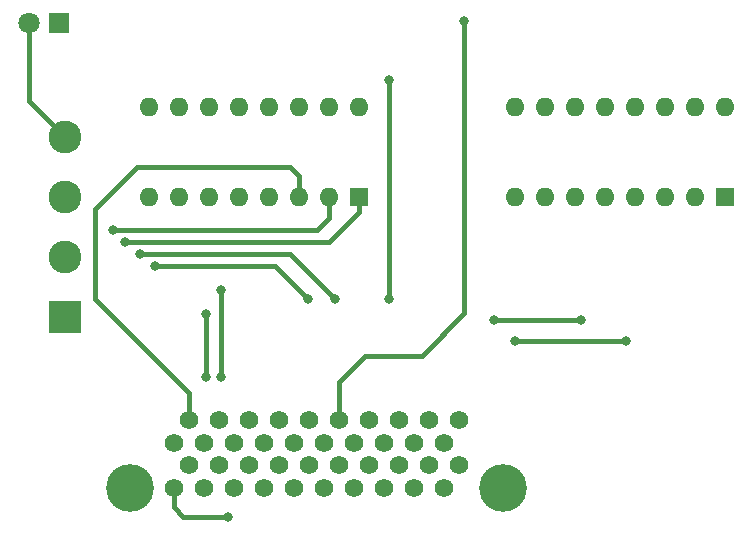
<source format=gbr>
%TF.GenerationSoftware,KiCad,Pcbnew,(5.1.6)-1*%
%TF.CreationDate,2021-03-31T13:13:50-04:00*%
%TF.ProjectId,Freespeed-Clone,46726565-7370-4656-9564-2d436c6f6e65,rev?*%
%TF.SameCoordinates,Original*%
%TF.FileFunction,Copper,L2,Bot*%
%TF.FilePolarity,Positive*%
%FSLAX46Y46*%
G04 Gerber Fmt 4.6, Leading zero omitted, Abs format (unit mm)*
G04 Created by KiCad (PCBNEW (5.1.6)-1) date 2021-03-31 13:13:50*
%MOMM*%
%LPD*%
G01*
G04 APERTURE LIST*
%TA.AperFunction,ComponentPad*%
%ADD10O,1.600000X1.600000*%
%TD*%
%TA.AperFunction,ComponentPad*%
%ADD11R,1.600000X1.600000*%
%TD*%
%TA.AperFunction,ComponentPad*%
%ADD12R,1.800000X1.800000*%
%TD*%
%TA.AperFunction,ComponentPad*%
%ADD13C,1.800000*%
%TD*%
%TA.AperFunction,ComponentPad*%
%ADD14R,2.775000X2.775000*%
%TD*%
%TA.AperFunction,ComponentPad*%
%ADD15C,2.775000*%
%TD*%
%TA.AperFunction,ComponentPad*%
%ADD16C,1.575000*%
%TD*%
%TA.AperFunction,ComponentPad*%
%ADD17C,4.050000*%
%TD*%
%TA.AperFunction,ViaPad*%
%ADD18C,0.800000*%
%TD*%
%TA.AperFunction,Conductor*%
%ADD19C,0.400000*%
%TD*%
G04 APERTURE END LIST*
D10*
%TO.P,SW1,9*%
%TO.N,Net-(R9-Pad2)*%
X159766000Y-52578000D03*
%TO.P,SW1,8*%
%TO.N,Net-(J2-Pad3)*%
X141986000Y-60198000D03*
%TO.P,SW1,10*%
%TO.N,Net-(R8-Pad2)*%
X157226000Y-52578000D03*
%TO.P,SW1,7*%
%TO.N,Net-(J2-Pad2)*%
X144526000Y-60198000D03*
%TO.P,SW1,11*%
%TO.N,Net-(R7-Pad2)*%
X154686000Y-52578000D03*
%TO.P,SW1,6*%
%TO.N,Net-(J2-Pad23)*%
X147066000Y-60198000D03*
%TO.P,SW1,12*%
%TO.N,Net-(R6-Pad2)*%
X152146000Y-52578000D03*
%TO.P,SW1,5*%
%TO.N,Net-(J2-Pad22)*%
X149606000Y-60198000D03*
%TO.P,SW1,13*%
%TO.N,Net-(R5-Pad2)*%
X149606000Y-52578000D03*
%TO.P,SW1,4*%
%TO.N,Net-(J2-Pad3)*%
X152146000Y-60198000D03*
%TO.P,SW1,14*%
%TO.N,Net-(R4-Pad2)*%
X147066000Y-52578000D03*
%TO.P,SW1,3*%
%TO.N,Net-(J2-Pad2)*%
X154686000Y-60198000D03*
%TO.P,SW1,15*%
%TO.N,Net-(R3-Pad2)*%
X144526000Y-52578000D03*
%TO.P,SW1,2*%
%TO.N,Net-(J2-Pad23)*%
X157226000Y-60198000D03*
%TO.P,SW1,16*%
%TO.N,Net-(R2-Pad2)*%
X141986000Y-52578000D03*
D11*
%TO.P,SW1,1*%
%TO.N,Net-(J2-Pad22)*%
X159766000Y-60198000D03*
%TD*%
%TO.P,SW2,1*%
%TO.N,Net-(J2-Pad39)*%
X128778000Y-60198000D03*
D10*
%TO.P,SW2,16*%
%TO.N,GND*%
X110998000Y-52578000D03*
%TO.P,SW2,2*%
%TO.N,Net-(J2-Pad38)*%
X126238000Y-60198000D03*
%TO.P,SW2,15*%
%TO.N,GND*%
X113538000Y-52578000D03*
%TO.P,SW2,3*%
%TO.N,Net-(J2-Pad19)*%
X123698000Y-60198000D03*
%TO.P,SW2,14*%
%TO.N,GND*%
X116078000Y-52578000D03*
%TO.P,SW2,4*%
%TO.N,Net-(J2-Pad18)*%
X121158000Y-60198000D03*
%TO.P,SW2,13*%
%TO.N,GND*%
X118618000Y-52578000D03*
%TO.P,SW2,5*%
%TO.N,Net-(J2-Pad17)*%
X118618000Y-60198000D03*
%TO.P,SW2,12*%
%TO.N,GND*%
X121158000Y-52578000D03*
%TO.P,SW2,6*%
%TO.N,Net-(J2-Pad16)*%
X116078000Y-60198000D03*
%TO.P,SW2,11*%
%TO.N,GND*%
X123698000Y-52578000D03*
%TO.P,SW2,7*%
%TO.N,Net-(J2-Pad5)*%
X113538000Y-60198000D03*
%TO.P,SW2,10*%
%TO.N,GND*%
X126238000Y-52578000D03*
%TO.P,SW2,8*%
%TO.N,Net-(J2-Pad4)*%
X110998000Y-60198000D03*
%TO.P,SW2,9*%
%TO.N,GND*%
X128778000Y-52578000D03*
%TD*%
D12*
%TO.P,D3,1*%
%TO.N,Net-(D3-Pad1)*%
X103378000Y-45466000D03*
D13*
%TO.P,D3,2*%
%TO.N,+5V*%
X100838000Y-45466000D03*
%TD*%
D14*
%TO.P,J1,1*%
%TO.N,Net-(J1-Pad1)*%
X103886000Y-70358000D03*
D15*
%TO.P,J1,2*%
%TO.N,Net-(J1-Pad2)*%
X103886000Y-65278000D03*
%TO.P,J1,3*%
%TO.N,GND*%
X103886000Y-60198000D03*
%TO.P,J1,4*%
%TO.N,+5V*%
X103886000Y-55118000D03*
%TD*%
D16*
%TO.P,J2,1*%
%TO.N,Net-(J2-Pad1)*%
X137270000Y-79121000D03*
%TO.P,J2,2*%
%TO.N,Net-(J2-Pad2)*%
X136000000Y-81026000D03*
%TO.P,J2,3*%
%TO.N,Net-(J2-Pad3)*%
X134730000Y-79121000D03*
%TO.P,J2,4*%
%TO.N,Net-(J2-Pad4)*%
X133460000Y-81026000D03*
%TO.P,J2,5*%
%TO.N,Net-(J2-Pad5)*%
X132190000Y-79121000D03*
%TO.P,J2,6*%
%TO.N,Net-(J2-Pad13)*%
X130920000Y-81026000D03*
%TO.P,J2,7*%
%TO.N,Net-(J2-Pad7)*%
X129650000Y-79121000D03*
%TO.P,J2,8*%
%TO.N,Net-(J2-Pad8)*%
X128380000Y-81026000D03*
%TO.P,J2,9*%
%TO.N,Net-(J2-Pad13)*%
X127110000Y-79121000D03*
%TO.P,J2,10*%
%TO.N,Net-(J2-Pad10)*%
X125840000Y-81026000D03*
%TO.P,J2,11*%
%TO.N,Net-(J2-Pad11)*%
X124570000Y-79121000D03*
%TO.P,J2,12*%
%TO.N,Net-(J2-Pad12)*%
X123300000Y-81026000D03*
%TO.P,J2,13*%
%TO.N,Net-(J2-Pad13)*%
X122030000Y-79121000D03*
%TO.P,J2,14*%
%TO.N,Net-(J2-Pad14)*%
X120760000Y-81026000D03*
%TO.P,J2,15*%
%TO.N,Net-(J2-Pad15)*%
X119490000Y-79121000D03*
%TO.P,J2,16*%
%TO.N,Net-(J2-Pad16)*%
X118220000Y-81026000D03*
%TO.P,J2,17*%
%TO.N,Net-(J2-Pad17)*%
X116950000Y-79121000D03*
%TO.P,J2,18*%
%TO.N,Net-(J2-Pad18)*%
X115680000Y-81026000D03*
%TO.P,J2,19*%
%TO.N,Net-(J2-Pad19)*%
X114410000Y-79121000D03*
%TO.P,J2,20*%
%TO.N,Net-(J2-Pad20)*%
X113140000Y-81026000D03*
%TO.P,J2,21*%
%TO.N,Net-(J2-Pad21)*%
X137270000Y-82931000D03*
%TO.P,J2,22*%
%TO.N,Net-(J2-Pad22)*%
X136000000Y-84836000D03*
%TO.P,J2,23*%
%TO.N,Net-(J2-Pad23)*%
X134730000Y-82931000D03*
%TO.P,J2,24*%
%TO.N,Net-(J2-Pad24)*%
X133460000Y-84836000D03*
%TO.P,J2,25*%
%TO.N,Net-(J2-Pad25)*%
X132190000Y-82931000D03*
%TO.P,J2,26*%
%TO.N,Net-(J2-Pad24)*%
X130920000Y-84836000D03*
%TO.P,J2,27*%
%TO.N,Net-(J2-Pad27)*%
X129650000Y-82931000D03*
%TO.P,J2,28*%
%TO.N,Net-(J2-Pad28)*%
X128380000Y-84836000D03*
%TO.P,J2,29*%
%TO.N,Net-(J2-Pad24)*%
X127110000Y-82931000D03*
%TO.P,J2,30*%
%TO.N,Net-(J2-Pad30)*%
X125840000Y-84836000D03*
%TO.P,J2,31*%
%TO.N,Net-(J2-Pad31)*%
X124570000Y-82931000D03*
%TO.P,J2,32*%
%TO.N,Net-(J2-Pad32)*%
X123300000Y-84836000D03*
%TO.P,J2,33*%
%TO.N,Net-(J2-Pad24)*%
X122030000Y-82931000D03*
%TO.P,J2,34*%
%TO.N,Net-(J2-Pad34)*%
X120760000Y-84836000D03*
%TO.P,J2,35*%
%TO.N,Net-(J2-Pad35)*%
X119490000Y-82931000D03*
%TO.P,J2,36*%
%TO.N,Net-(J2-Pad36)*%
X118220000Y-84836000D03*
%TO.P,J2,37*%
%TO.N,Net-(J2-Pad24)*%
X116950000Y-82931000D03*
%TO.P,J2,38*%
%TO.N,Net-(J2-Pad38)*%
X115680000Y-84836000D03*
%TO.P,J2,39*%
%TO.N,Net-(J2-Pad39)*%
X114410000Y-82931000D03*
%TO.P,J2,40*%
%TO.N,Net-(J2-Pad24)*%
X113140000Y-84836000D03*
D17*
%TO.P,J2,41*%
%TO.N,N/C*%
X140970000Y-84836000D03*
%TO.P,J2,42*%
X109440000Y-84836000D03*
%TD*%
D18*
%TO.N,+5V*%
X131318000Y-50292000D03*
X131318000Y-68834000D03*
%TO.N,Net-(J2-Pad2)*%
X147572002Y-70610002D03*
X140209998Y-70610002D03*
%TO.N,Net-(J2-Pad4)*%
X126746000Y-68834000D03*
X110236000Y-65024000D03*
%TO.N,Net-(J2-Pad5)*%
X124460000Y-68834000D03*
X111505992Y-66040000D03*
%TO.N,Net-(J2-Pad13)*%
X137741000Y-45285000D03*
%TO.N,Net-(J2-Pad17)*%
X117094000Y-75438000D03*
X117094000Y-68072000D03*
%TO.N,Net-(J2-Pad18)*%
X115823992Y-70104000D03*
X115823984Y-75438000D03*
%TO.N,Net-(J2-Pad22)*%
X151406010Y-72367990D03*
X142008010Y-72367990D03*
%TO.N,Net-(J2-Pad24)*%
X117741001Y-87261001D03*
%TO.N,Net-(J2-Pad38)*%
X107950000Y-62992000D03*
%TO.N,Net-(J2-Pad39)*%
X108966000Y-64008000D03*
%TD*%
D19*
%TO.N,+5V*%
X100838000Y-52070000D02*
X103886000Y-55118000D01*
X100838000Y-45466000D02*
X100838000Y-52070000D01*
X131318000Y-50292000D02*
X131318000Y-68834000D01*
%TO.N,Net-(J2-Pad2)*%
X147572002Y-70610002D02*
X140209998Y-70610002D01*
X140209998Y-70610002D02*
X140209998Y-70610002D01*
%TO.N,Net-(J2-Pad4)*%
X126746000Y-68834000D02*
X126746000Y-68834000D01*
X122936000Y-65024000D02*
X110236000Y-65024000D01*
X126746000Y-68834000D02*
X122936000Y-65024000D01*
%TO.N,Net-(J2-Pad5)*%
X124460000Y-68834000D02*
X124460000Y-68834000D01*
X121666000Y-66040000D02*
X111505992Y-66040000D01*
X124460000Y-68834000D02*
X121666000Y-66040000D01*
%TO.N,Net-(J2-Pad13)*%
X137741000Y-45285000D02*
X137741000Y-70031000D01*
X137741000Y-70031000D02*
X134112000Y-73660000D01*
X134112000Y-73660000D02*
X129286000Y-73660000D01*
X127110000Y-75836000D02*
X127110000Y-79121000D01*
X129286000Y-73660000D02*
X127110000Y-75836000D01*
%TO.N,Net-(J2-Pad17)*%
X117094000Y-75438000D02*
X117094000Y-75438000D01*
X117094000Y-75438000D02*
X117094000Y-68072000D01*
%TO.N,Net-(J2-Pad18)*%
X115824000Y-75438000D02*
X115824000Y-75438000D01*
X115823992Y-70104000D02*
X115823992Y-75437992D01*
X115823992Y-75437992D02*
X115823984Y-75438000D01*
%TO.N,Net-(J2-Pad19)*%
X123698000Y-58420000D02*
X123698000Y-60198000D01*
X122936000Y-57658000D02*
X123698000Y-58420000D01*
X114410000Y-76818000D02*
X106426000Y-68834000D01*
X106426000Y-68834000D02*
X106426000Y-61214000D01*
X114410000Y-79121000D02*
X114410000Y-76818000D01*
X106426000Y-61214000D02*
X109982000Y-57658000D01*
X109982000Y-57658000D02*
X122936000Y-57658000D01*
%TO.N,Net-(J2-Pad22)*%
X151406010Y-72367990D02*
X142008010Y-72367990D01*
X142008010Y-72367990D02*
X142008010Y-72367990D01*
%TO.N,Net-(J2-Pad24)*%
X117741001Y-87261001D02*
X113931001Y-87261001D01*
X113140000Y-86470000D02*
X113140000Y-84836000D01*
X113931001Y-87261001D02*
X113140000Y-86470000D01*
%TO.N,Net-(J2-Pad38)*%
X126238000Y-60198000D02*
X126238000Y-61976000D01*
X126238000Y-61976000D02*
X125222000Y-62992000D01*
X125222000Y-62992000D02*
X107950000Y-62992000D01*
X107950000Y-62992000D02*
X107950000Y-62992000D01*
%TO.N,Net-(J2-Pad39)*%
X108966000Y-64008000D02*
X108966000Y-64008000D01*
X126238000Y-64008000D02*
X110658002Y-64008000D01*
X128778000Y-60198000D02*
X128778000Y-61468000D01*
X110658002Y-64008000D02*
X108966000Y-64008000D01*
X128778000Y-61468000D02*
X126238000Y-64008000D01*
%TD*%
M02*

</source>
